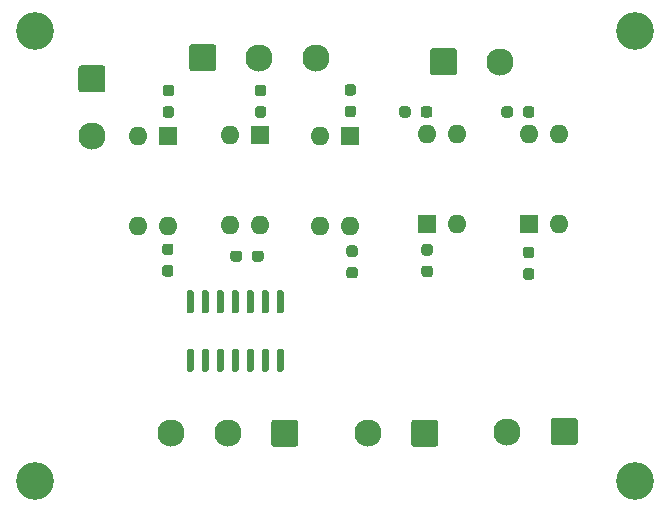
<source format=gts>
%TF.GenerationSoftware,KiCad,Pcbnew,5.1.10*%
%TF.CreationDate,2021-12-10T15:57:17+01:00*%
%TF.ProjectId,PCB_PEE30 zonder mountingholes,5043425f-5045-4453-9330-207a6f6e6465,rev?*%
%TF.SameCoordinates,Original*%
%TF.FileFunction,Soldermask,Top*%
%TF.FilePolarity,Negative*%
%FSLAX46Y46*%
G04 Gerber Fmt 4.6, Leading zero omitted, Abs format (unit mm)*
G04 Created by KiCad (PCBNEW 5.1.10) date 2021-12-10 15:57:17*
%MOMM*%
%LPD*%
G01*
G04 APERTURE LIST*
%ADD10C,3.200000*%
%ADD11C,2.300000*%
%ADD12O,1.600000X1.600000*%
%ADD13R,1.600000X1.600000*%
G04 APERTURE END LIST*
D10*
%TO.C,H2*%
X161290000Y-170180000D03*
%TD*%
%TO.C,H4*%
X110490000Y-170180000D03*
%TD*%
%TO.C,H1*%
X110490000Y-132080000D03*
%TD*%
%TO.C,H3*%
X161290000Y-132080000D03*
%TD*%
D11*
%TO.C,J1*%
X138700000Y-166150000D03*
G36*
G01*
X144650000Y-165250000D02*
X144650000Y-167050000D01*
G75*
G02*
X144400000Y-167300000I-250000J0D01*
G01*
X142600000Y-167300000D01*
G75*
G02*
X142350000Y-167050000I0J250000D01*
G01*
X142350000Y-165250000D01*
G75*
G02*
X142600000Y-165000000I250000J0D01*
G01*
X144400000Y-165000000D01*
G75*
G02*
X144650000Y-165250000I0J-250000D01*
G01*
G37*
%TD*%
D12*
%TO.C,U8*%
X152350000Y-140830000D03*
X154890000Y-148450000D03*
X154890000Y-140830000D03*
D13*
X152350000Y-148450000D03*
%TD*%
D12*
%TO.C,U7*%
X143650000Y-140830000D03*
X146190000Y-148450000D03*
X146190000Y-140830000D03*
D13*
X143650000Y-148450000D03*
%TD*%
D12*
%TO.C,U4*%
X137160000Y-148590000D03*
X134620000Y-140970000D03*
X134620000Y-148590000D03*
D13*
X137160000Y-140970000D03*
%TD*%
D12*
%TO.C,U3*%
X121770000Y-148590000D03*
X119230000Y-140970000D03*
X119230000Y-148590000D03*
D13*
X121770000Y-140970000D03*
%TD*%
D12*
%TO.C,U2*%
X129580000Y-148540000D03*
X127040000Y-140920000D03*
X127040000Y-148540000D03*
D13*
X129580000Y-140920000D03*
%TD*%
%TO.C,U1*%
G36*
G01*
X123790000Y-156000000D02*
X123490000Y-156000000D01*
G75*
G02*
X123340000Y-155850000I0J150000D01*
G01*
X123340000Y-154200000D01*
G75*
G02*
X123490000Y-154050000I150000J0D01*
G01*
X123790000Y-154050000D01*
G75*
G02*
X123940000Y-154200000I0J-150000D01*
G01*
X123940000Y-155850000D01*
G75*
G02*
X123790000Y-156000000I-150000J0D01*
G01*
G37*
G36*
G01*
X125060000Y-156000000D02*
X124760000Y-156000000D01*
G75*
G02*
X124610000Y-155850000I0J150000D01*
G01*
X124610000Y-154200000D01*
G75*
G02*
X124760000Y-154050000I150000J0D01*
G01*
X125060000Y-154050000D01*
G75*
G02*
X125210000Y-154200000I0J-150000D01*
G01*
X125210000Y-155850000D01*
G75*
G02*
X125060000Y-156000000I-150000J0D01*
G01*
G37*
G36*
G01*
X126330000Y-156000000D02*
X126030000Y-156000000D01*
G75*
G02*
X125880000Y-155850000I0J150000D01*
G01*
X125880000Y-154200000D01*
G75*
G02*
X126030000Y-154050000I150000J0D01*
G01*
X126330000Y-154050000D01*
G75*
G02*
X126480000Y-154200000I0J-150000D01*
G01*
X126480000Y-155850000D01*
G75*
G02*
X126330000Y-156000000I-150000J0D01*
G01*
G37*
G36*
G01*
X127600000Y-156000000D02*
X127300000Y-156000000D01*
G75*
G02*
X127150000Y-155850000I0J150000D01*
G01*
X127150000Y-154200000D01*
G75*
G02*
X127300000Y-154050000I150000J0D01*
G01*
X127600000Y-154050000D01*
G75*
G02*
X127750000Y-154200000I0J-150000D01*
G01*
X127750000Y-155850000D01*
G75*
G02*
X127600000Y-156000000I-150000J0D01*
G01*
G37*
G36*
G01*
X128870000Y-156000000D02*
X128570000Y-156000000D01*
G75*
G02*
X128420000Y-155850000I0J150000D01*
G01*
X128420000Y-154200000D01*
G75*
G02*
X128570000Y-154050000I150000J0D01*
G01*
X128870000Y-154050000D01*
G75*
G02*
X129020000Y-154200000I0J-150000D01*
G01*
X129020000Y-155850000D01*
G75*
G02*
X128870000Y-156000000I-150000J0D01*
G01*
G37*
G36*
G01*
X130140000Y-156000000D02*
X129840000Y-156000000D01*
G75*
G02*
X129690000Y-155850000I0J150000D01*
G01*
X129690000Y-154200000D01*
G75*
G02*
X129840000Y-154050000I150000J0D01*
G01*
X130140000Y-154050000D01*
G75*
G02*
X130290000Y-154200000I0J-150000D01*
G01*
X130290000Y-155850000D01*
G75*
G02*
X130140000Y-156000000I-150000J0D01*
G01*
G37*
G36*
G01*
X131410000Y-156000000D02*
X131110000Y-156000000D01*
G75*
G02*
X130960000Y-155850000I0J150000D01*
G01*
X130960000Y-154200000D01*
G75*
G02*
X131110000Y-154050000I150000J0D01*
G01*
X131410000Y-154050000D01*
G75*
G02*
X131560000Y-154200000I0J-150000D01*
G01*
X131560000Y-155850000D01*
G75*
G02*
X131410000Y-156000000I-150000J0D01*
G01*
G37*
G36*
G01*
X131410000Y-160950000D02*
X131110000Y-160950000D01*
G75*
G02*
X130960000Y-160800000I0J150000D01*
G01*
X130960000Y-159150000D01*
G75*
G02*
X131110000Y-159000000I150000J0D01*
G01*
X131410000Y-159000000D01*
G75*
G02*
X131560000Y-159150000I0J-150000D01*
G01*
X131560000Y-160800000D01*
G75*
G02*
X131410000Y-160950000I-150000J0D01*
G01*
G37*
G36*
G01*
X130140000Y-160950000D02*
X129840000Y-160950000D01*
G75*
G02*
X129690000Y-160800000I0J150000D01*
G01*
X129690000Y-159150000D01*
G75*
G02*
X129840000Y-159000000I150000J0D01*
G01*
X130140000Y-159000000D01*
G75*
G02*
X130290000Y-159150000I0J-150000D01*
G01*
X130290000Y-160800000D01*
G75*
G02*
X130140000Y-160950000I-150000J0D01*
G01*
G37*
G36*
G01*
X128870000Y-160950000D02*
X128570000Y-160950000D01*
G75*
G02*
X128420000Y-160800000I0J150000D01*
G01*
X128420000Y-159150000D01*
G75*
G02*
X128570000Y-159000000I150000J0D01*
G01*
X128870000Y-159000000D01*
G75*
G02*
X129020000Y-159150000I0J-150000D01*
G01*
X129020000Y-160800000D01*
G75*
G02*
X128870000Y-160950000I-150000J0D01*
G01*
G37*
G36*
G01*
X127600000Y-160950000D02*
X127300000Y-160950000D01*
G75*
G02*
X127150000Y-160800000I0J150000D01*
G01*
X127150000Y-159150000D01*
G75*
G02*
X127300000Y-159000000I150000J0D01*
G01*
X127600000Y-159000000D01*
G75*
G02*
X127750000Y-159150000I0J-150000D01*
G01*
X127750000Y-160800000D01*
G75*
G02*
X127600000Y-160950000I-150000J0D01*
G01*
G37*
G36*
G01*
X126330000Y-160950000D02*
X126030000Y-160950000D01*
G75*
G02*
X125880000Y-160800000I0J150000D01*
G01*
X125880000Y-159150000D01*
G75*
G02*
X126030000Y-159000000I150000J0D01*
G01*
X126330000Y-159000000D01*
G75*
G02*
X126480000Y-159150000I0J-150000D01*
G01*
X126480000Y-160800000D01*
G75*
G02*
X126330000Y-160950000I-150000J0D01*
G01*
G37*
G36*
G01*
X125060000Y-160950000D02*
X124760000Y-160950000D01*
G75*
G02*
X124610000Y-160800000I0J150000D01*
G01*
X124610000Y-159150000D01*
G75*
G02*
X124760000Y-159000000I150000J0D01*
G01*
X125060000Y-159000000D01*
G75*
G02*
X125210000Y-159150000I0J-150000D01*
G01*
X125210000Y-160800000D01*
G75*
G02*
X125060000Y-160950000I-150000J0D01*
G01*
G37*
G36*
G01*
X123790000Y-160950000D02*
X123490000Y-160950000D01*
G75*
G02*
X123340000Y-160800000I0J150000D01*
G01*
X123340000Y-159150000D01*
G75*
G02*
X123490000Y-159000000I150000J0D01*
G01*
X123790000Y-159000000D01*
G75*
G02*
X123940000Y-159150000I0J-150000D01*
G01*
X123940000Y-160800000D01*
G75*
G02*
X123790000Y-160950000I-150000J0D01*
G01*
G37*
%TD*%
D11*
%TO.C,TTL_Output1*%
X149900000Y-134700000D03*
G36*
G01*
X143950000Y-135600000D02*
X143950000Y-133800000D01*
G75*
G02*
X144200000Y-133550000I250000J0D01*
G01*
X146000000Y-133550000D01*
G75*
G02*
X146250000Y-133800000I0J-250000D01*
G01*
X146250000Y-135600000D01*
G75*
G02*
X146000000Y-135850000I-250000J0D01*
G01*
X144200000Y-135850000D01*
G75*
G02*
X143950000Y-135600000I0J250000D01*
G01*
G37*
%TD*%
%TO.C,TTL_MSP-kant_2*%
X150500000Y-166000000D03*
G36*
G01*
X156450000Y-165100000D02*
X156450000Y-166900000D01*
G75*
G02*
X156200000Y-167150000I-250000J0D01*
G01*
X154400000Y-167150000D01*
G75*
G02*
X154150000Y-166900000I0J250000D01*
G01*
X154150000Y-165100000D01*
G75*
G02*
X154400000Y-164850000I250000J0D01*
G01*
X156200000Y-164850000D01*
G75*
G02*
X156450000Y-165100000I0J-250000D01*
G01*
G37*
%TD*%
%TO.C,TTL_MSP-kant_1*%
X122050000Y-166150000D03*
X126850000Y-166150000D03*
G36*
G01*
X132800000Y-165250000D02*
X132800000Y-167050000D01*
G75*
G02*
X132550000Y-167300000I-250000J0D01*
G01*
X130750000Y-167300000D01*
G75*
G02*
X130500000Y-167050000I0J250000D01*
G01*
X130500000Y-165250000D01*
G75*
G02*
X130750000Y-165000000I250000J0D01*
G01*
X132550000Y-165000000D01*
G75*
G02*
X132800000Y-165250000I0J-250000D01*
G01*
G37*
%TD*%
%TO.C,R10*%
G36*
G01*
X136962500Y-138408500D02*
X137437500Y-138408500D01*
G75*
G02*
X137675000Y-138646000I0J-237500D01*
G01*
X137675000Y-139146000D01*
G75*
G02*
X137437500Y-139383500I-237500J0D01*
G01*
X136962500Y-139383500D01*
G75*
G02*
X136725000Y-139146000I0J237500D01*
G01*
X136725000Y-138646000D01*
G75*
G02*
X136962500Y-138408500I237500J0D01*
G01*
G37*
G36*
G01*
X136962500Y-136583500D02*
X137437500Y-136583500D01*
G75*
G02*
X137675000Y-136821000I0J-237500D01*
G01*
X137675000Y-137321000D01*
G75*
G02*
X137437500Y-137558500I-237500J0D01*
G01*
X136962500Y-137558500D01*
G75*
G02*
X136725000Y-137321000I0J237500D01*
G01*
X136725000Y-136821000D01*
G75*
G02*
X136962500Y-136583500I237500J0D01*
G01*
G37*
%TD*%
%TO.C,R9*%
G36*
G01*
X121562500Y-138450500D02*
X122037500Y-138450500D01*
G75*
G02*
X122275000Y-138688000I0J-237500D01*
G01*
X122275000Y-139188000D01*
G75*
G02*
X122037500Y-139425500I-237500J0D01*
G01*
X121562500Y-139425500D01*
G75*
G02*
X121325000Y-139188000I0J237500D01*
G01*
X121325000Y-138688000D01*
G75*
G02*
X121562500Y-138450500I237500J0D01*
G01*
G37*
G36*
G01*
X121562500Y-136625500D02*
X122037500Y-136625500D01*
G75*
G02*
X122275000Y-136863000I0J-237500D01*
G01*
X122275000Y-137363000D01*
G75*
G02*
X122037500Y-137600500I-237500J0D01*
G01*
X121562500Y-137600500D01*
G75*
G02*
X121325000Y-137363000I0J237500D01*
G01*
X121325000Y-136863000D01*
G75*
G02*
X121562500Y-136625500I237500J0D01*
G01*
G37*
%TD*%
%TO.C,R8*%
G36*
G01*
X129362500Y-138450500D02*
X129837500Y-138450500D01*
G75*
G02*
X130075000Y-138688000I0J-237500D01*
G01*
X130075000Y-139188000D01*
G75*
G02*
X129837500Y-139425500I-237500J0D01*
G01*
X129362500Y-139425500D01*
G75*
G02*
X129125000Y-139188000I0J237500D01*
G01*
X129125000Y-138688000D01*
G75*
G02*
X129362500Y-138450500I237500J0D01*
G01*
G37*
G36*
G01*
X129362500Y-136625500D02*
X129837500Y-136625500D01*
G75*
G02*
X130075000Y-136863000I0J-237500D01*
G01*
X130075000Y-137363000D01*
G75*
G02*
X129837500Y-137600500I-237500J0D01*
G01*
X129362500Y-137600500D01*
G75*
G02*
X129125000Y-137363000I0J237500D01*
G01*
X129125000Y-136863000D01*
G75*
G02*
X129362500Y-136625500I237500J0D01*
G01*
G37*
%TD*%
%TO.C,R7*%
G36*
G01*
X137587500Y-151213000D02*
X137112500Y-151213000D01*
G75*
G02*
X136875000Y-150975500I0J237500D01*
G01*
X136875000Y-150475500D01*
G75*
G02*
X137112500Y-150238000I237500J0D01*
G01*
X137587500Y-150238000D01*
G75*
G02*
X137825000Y-150475500I0J-237500D01*
G01*
X137825000Y-150975500D01*
G75*
G02*
X137587500Y-151213000I-237500J0D01*
G01*
G37*
G36*
G01*
X137587500Y-153038000D02*
X137112500Y-153038000D01*
G75*
G02*
X136875000Y-152800500I0J237500D01*
G01*
X136875000Y-152300500D01*
G75*
G02*
X137112500Y-152063000I237500J0D01*
G01*
X137587500Y-152063000D01*
G75*
G02*
X137825000Y-152300500I0J-237500D01*
G01*
X137825000Y-152800500D01*
G75*
G02*
X137587500Y-153038000I-237500J0D01*
G01*
G37*
%TD*%
%TO.C,R6*%
G36*
G01*
X121987500Y-151062500D02*
X121512500Y-151062500D01*
G75*
G02*
X121275000Y-150825000I0J237500D01*
G01*
X121275000Y-150325000D01*
G75*
G02*
X121512500Y-150087500I237500J0D01*
G01*
X121987500Y-150087500D01*
G75*
G02*
X122225000Y-150325000I0J-237500D01*
G01*
X122225000Y-150825000D01*
G75*
G02*
X121987500Y-151062500I-237500J0D01*
G01*
G37*
G36*
G01*
X121987500Y-152887500D02*
X121512500Y-152887500D01*
G75*
G02*
X121275000Y-152650000I0J237500D01*
G01*
X121275000Y-152150000D01*
G75*
G02*
X121512500Y-151912500I237500J0D01*
G01*
X121987500Y-151912500D01*
G75*
G02*
X122225000Y-152150000I0J-237500D01*
G01*
X122225000Y-152650000D01*
G75*
G02*
X121987500Y-152887500I-237500J0D01*
G01*
G37*
%TD*%
%TO.C,R5*%
G36*
G01*
X128025000Y-150912500D02*
X128025000Y-151387500D01*
G75*
G02*
X127787500Y-151625000I-237500J0D01*
G01*
X127287500Y-151625000D01*
G75*
G02*
X127050000Y-151387500I0J237500D01*
G01*
X127050000Y-150912500D01*
G75*
G02*
X127287500Y-150675000I237500J0D01*
G01*
X127787500Y-150675000D01*
G75*
G02*
X128025000Y-150912500I0J-237500D01*
G01*
G37*
G36*
G01*
X129850000Y-150912500D02*
X129850000Y-151387500D01*
G75*
G02*
X129612500Y-151625000I-237500J0D01*
G01*
X129112500Y-151625000D01*
G75*
G02*
X128875000Y-151387500I0J237500D01*
G01*
X128875000Y-150912500D01*
G75*
G02*
X129112500Y-150675000I237500J0D01*
G01*
X129612500Y-150675000D01*
G75*
G02*
X129850000Y-150912500I0J-237500D01*
G01*
G37*
%TD*%
%TO.C,R4*%
G36*
G01*
X151812500Y-139175500D02*
X151812500Y-138700500D01*
G75*
G02*
X152050000Y-138463000I237500J0D01*
G01*
X152550000Y-138463000D01*
G75*
G02*
X152787500Y-138700500I0J-237500D01*
G01*
X152787500Y-139175500D01*
G75*
G02*
X152550000Y-139413000I-237500J0D01*
G01*
X152050000Y-139413000D01*
G75*
G02*
X151812500Y-139175500I0J237500D01*
G01*
G37*
G36*
G01*
X149987500Y-139175500D02*
X149987500Y-138700500D01*
G75*
G02*
X150225000Y-138463000I237500J0D01*
G01*
X150725000Y-138463000D01*
G75*
G02*
X150962500Y-138700500I0J-237500D01*
G01*
X150962500Y-139175500D01*
G75*
G02*
X150725000Y-139413000I-237500J0D01*
G01*
X150225000Y-139413000D01*
G75*
G02*
X149987500Y-139175500I0J237500D01*
G01*
G37*
%TD*%
%TO.C,R3*%
G36*
G01*
X152537500Y-151316500D02*
X152062500Y-151316500D01*
G75*
G02*
X151825000Y-151079000I0J237500D01*
G01*
X151825000Y-150579000D01*
G75*
G02*
X152062500Y-150341500I237500J0D01*
G01*
X152537500Y-150341500D01*
G75*
G02*
X152775000Y-150579000I0J-237500D01*
G01*
X152775000Y-151079000D01*
G75*
G02*
X152537500Y-151316500I-237500J0D01*
G01*
G37*
G36*
G01*
X152537500Y-153141500D02*
X152062500Y-153141500D01*
G75*
G02*
X151825000Y-152904000I0J237500D01*
G01*
X151825000Y-152404000D01*
G75*
G02*
X152062500Y-152166500I237500J0D01*
G01*
X152537500Y-152166500D01*
G75*
G02*
X152775000Y-152404000I0J-237500D01*
G01*
X152775000Y-152904000D01*
G75*
G02*
X152537500Y-153141500I-237500J0D01*
G01*
G37*
%TD*%
%TO.C,R2*%
G36*
G01*
X143162500Y-139175500D02*
X143162500Y-138700500D01*
G75*
G02*
X143400000Y-138463000I237500J0D01*
G01*
X143900000Y-138463000D01*
G75*
G02*
X144137500Y-138700500I0J-237500D01*
G01*
X144137500Y-139175500D01*
G75*
G02*
X143900000Y-139413000I-237500J0D01*
G01*
X143400000Y-139413000D01*
G75*
G02*
X143162500Y-139175500I0J237500D01*
G01*
G37*
G36*
G01*
X141337500Y-139175500D02*
X141337500Y-138700500D01*
G75*
G02*
X141575000Y-138463000I237500J0D01*
G01*
X142075000Y-138463000D01*
G75*
G02*
X142312500Y-138700500I0J-237500D01*
G01*
X142312500Y-139175500D01*
G75*
G02*
X142075000Y-139413000I-237500J0D01*
G01*
X141575000Y-139413000D01*
G75*
G02*
X141337500Y-139175500I0J237500D01*
G01*
G37*
%TD*%
%TO.C,R1*%
G36*
G01*
X143937500Y-151109500D02*
X143462500Y-151109500D01*
G75*
G02*
X143225000Y-150872000I0J237500D01*
G01*
X143225000Y-150372000D01*
G75*
G02*
X143462500Y-150134500I237500J0D01*
G01*
X143937500Y-150134500D01*
G75*
G02*
X144175000Y-150372000I0J-237500D01*
G01*
X144175000Y-150872000D01*
G75*
G02*
X143937500Y-151109500I-237500J0D01*
G01*
G37*
G36*
G01*
X143937500Y-152934500D02*
X143462500Y-152934500D01*
G75*
G02*
X143225000Y-152697000I0J237500D01*
G01*
X143225000Y-152197000D01*
G75*
G02*
X143462500Y-151959500I237500J0D01*
G01*
X143937500Y-151959500D01*
G75*
G02*
X144175000Y-152197000I0J-237500D01*
G01*
X144175000Y-152697000D01*
G75*
G02*
X143937500Y-152934500I-237500J0D01*
G01*
G37*
%TD*%
%TO.C,J2*%
X115316000Y-140944000D03*
G36*
G01*
X114416000Y-134994000D02*
X116216000Y-134994000D01*
G75*
G02*
X116466000Y-135244000I0J-250000D01*
G01*
X116466000Y-137044000D01*
G75*
G02*
X116216000Y-137294000I-250000J0D01*
G01*
X114416000Y-137294000D01*
G75*
G02*
X114166000Y-137044000I0J250000D01*
G01*
X114166000Y-135244000D01*
G75*
G02*
X114416000Y-134994000I250000J0D01*
G01*
G37*
%TD*%
%TO.C,input_TTL1*%
X134300000Y-134350000D03*
X129500000Y-134350000D03*
G36*
G01*
X123550000Y-135250000D02*
X123550000Y-133450000D01*
G75*
G02*
X123800000Y-133200000I250000J0D01*
G01*
X125600000Y-133200000D01*
G75*
G02*
X125850000Y-133450000I0J-250000D01*
G01*
X125850000Y-135250000D01*
G75*
G02*
X125600000Y-135500000I-250000J0D01*
G01*
X123800000Y-135500000D01*
G75*
G02*
X123550000Y-135250000I0J250000D01*
G01*
G37*
%TD*%
M02*

</source>
